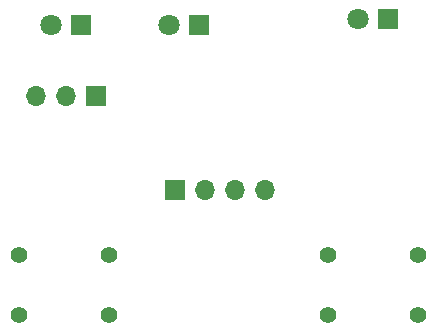
<source format=gbr>
%TF.GenerationSoftware,KiCad,Pcbnew,7.0.2-6a45011f42~172~ubuntu22.10.1*%
%TF.CreationDate,2023-04-24T10:08:01+02:00*%
%TF.ProjectId,him-card,68696d2d-6361-4726-942e-6b696361645f,rev?*%
%TF.SameCoordinates,Original*%
%TF.FileFunction,Soldermask,Bot*%
%TF.FilePolarity,Negative*%
%FSLAX46Y46*%
G04 Gerber Fmt 4.6, Leading zero omitted, Abs format (unit mm)*
G04 Created by KiCad (PCBNEW 7.0.2-6a45011f42~172~ubuntu22.10.1) date 2023-04-24 10:08:01*
%MOMM*%
%LPD*%
G01*
G04 APERTURE LIST*
%ADD10R,1.800000X1.800000*%
%ADD11C,1.800000*%
%ADD12C,1.397000*%
%ADD13R,1.700000X1.700000*%
%ADD14O,1.700000X1.700000*%
G04 APERTURE END LIST*
D10*
%TO.C,D3*%
X137305000Y-79450000D03*
D11*
X134765000Y-79450000D03*
%TD*%
D12*
%TO.C,SW2*%
X139810000Y-99460000D03*
X132190000Y-99460000D03*
X132190000Y-104540000D03*
X139810000Y-104540000D03*
%TD*%
%TO.C,SW1*%
X113620000Y-99460000D03*
X106000000Y-99460000D03*
X106000000Y-104540000D03*
X113620000Y-104540000D03*
%TD*%
D13*
%TO.C,J3*%
X119200000Y-94000000D03*
D14*
X121740000Y-94000000D03*
X124280000Y-94000000D03*
X126820000Y-94000000D03*
%TD*%
D13*
%TO.C,J1*%
X112525000Y-86000000D03*
D14*
X109985000Y-86000000D03*
X107445000Y-86000000D03*
%TD*%
D10*
%TO.C,D2*%
X121285000Y-80000000D03*
D11*
X118745000Y-80000000D03*
%TD*%
D10*
%TO.C,D1*%
X111275000Y-80000000D03*
D11*
X108735000Y-80000000D03*
%TD*%
M02*

</source>
